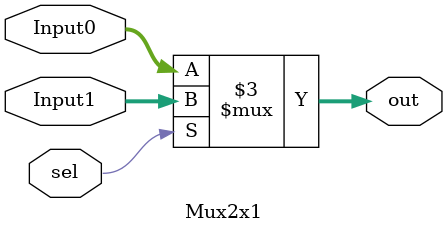
<source format=v>
`timescale 1ns / 1ps

module Mux2x1(
    input [4:0] Input0,
    input [4:0] Input1,
    input sel,
    output reg [4:0] out
    );

always @ (*)
begin
	if(sel)
		out= Input1;
	else
		out= Input0;
end
endmodule

</source>
